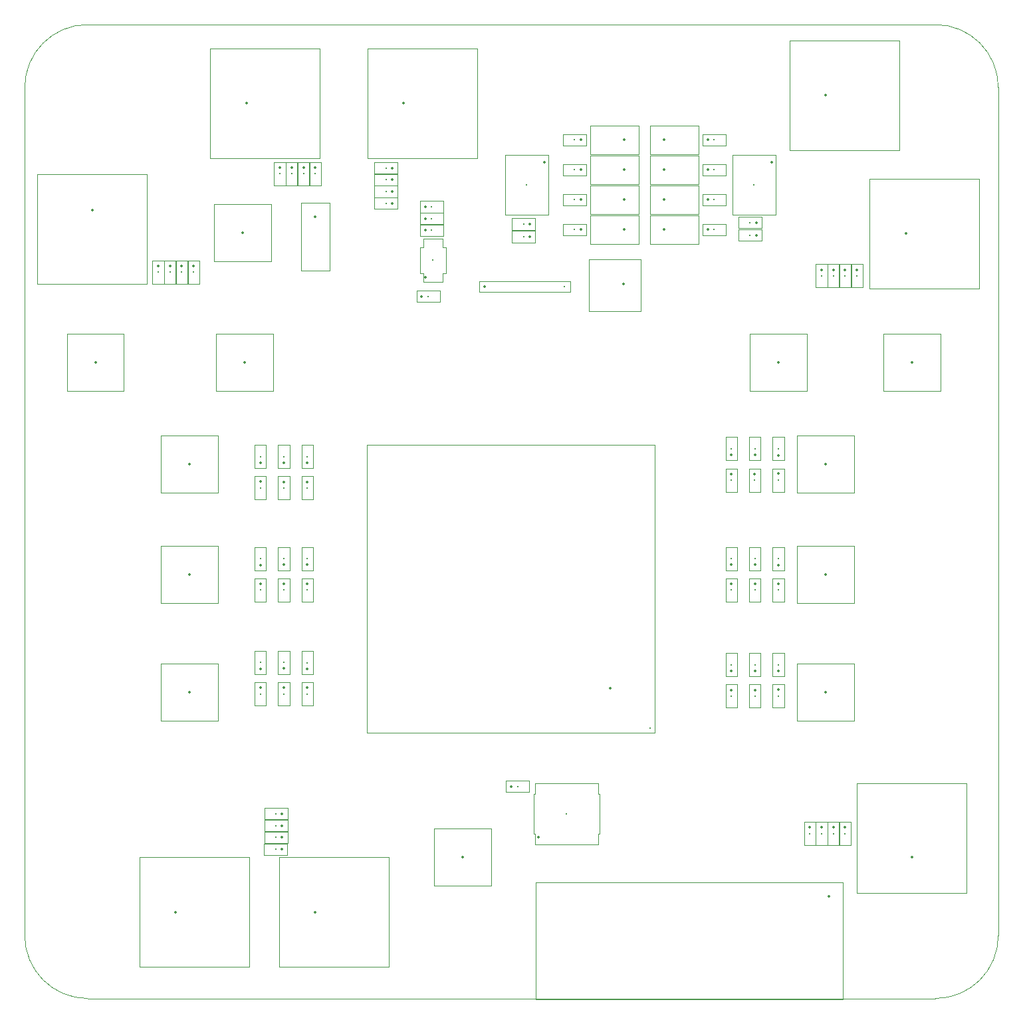
<source format=gbr>
%TF.GenerationSoftware,KiCad,Pcbnew,8.0.5*%
%TF.CreationDate,2024-11-16T17:36:21-05:00*%
%TF.ProjectId,huxley,6875786c-6579-42e6-9b69-6361645f7063,rev?*%
%TF.SameCoordinates,Original*%
%TF.FileFunction,Component,L1,Top*%
%TF.FilePolarity,Positive*%
%FSLAX46Y46*%
G04 Gerber Fmt 4.6, Leading zero omitted, Abs format (unit mm)*
G04 Created by KiCad (PCBNEW 8.0.5) date 2024-11-16 17:36:21*
%MOMM*%
%LPD*%
G01*
G04 APERTURE LIST*
%TA.AperFunction,ComponentMain*%
%ADD10C,0.300000*%
%TD*%
%TA.AperFunction,ComponentOutline,Courtyard*%
%ADD11C,0.100000*%
%TD*%
%TA.AperFunction,ComponentPin*%
%ADD12P,0.360000X4X0.000000*%
%TD*%
%TA.AperFunction,ComponentPin*%
%ADD13C,0.100000*%
%TD*%
%TA.AperFunction,ComponentOutline,Footprint*%
%ADD14C,0.100000*%
%TD*%
%TA.AperFunction,Profile*%
%ADD15C,0.100000*%
%TD*%
G04 APERTURE END LIST*
D10*
%TO.C,R10*%
%TO.CFtp,R_0603_1608Metric*%
%TO.CVal,50*%
%TO.CLbN,Resistor_SMD*%
%TO.CMnt,SMD*%
%TO.CRot,90*%
X73000000Y-126225000D03*
D11*
X73729999Y-124745001D02*
X73729999Y-127704999D01*
X72270001Y-127704999D01*
X72270001Y-124745001D01*
X73729999Y-124745001D01*
D12*
%TO.P,R10,1*%
X73000000Y-127050000D03*
D13*
%TO.P,R10,2*%
X73000000Y-125400000D03*
%TD*%
D10*
%TO.C,C69*%
%TO.CFtp,C_0603_1608Metric*%
%TO.CVal,x*%
%TO.CLbN,Capacitor_SMD*%
%TO.CMnt,SMD*%
%TO.CRot,90*%
X133000000Y-99000000D03*
D11*
X133729999Y-97520001D02*
X133729999Y-100479999D01*
X132270001Y-100479999D01*
X132270001Y-97520001D01*
X133729999Y-97520001D01*
D12*
%TO.P,C69,1*%
X133000000Y-99775000D03*
D13*
%TO.P,C69,2*%
X133000000Y-98225000D03*
%TD*%
D10*
%TO.C,C16*%
%TO.CFtp,C_0603_1608Metric*%
%TO.CVal,0.1u*%
%TO.CLbN,Capacitor_SMD*%
%TO.CMnt,SMD*%
%TO.CRot,180*%
X106534000Y-70405000D03*
D11*
X108013999Y-69675001D02*
X108013999Y-71134999D01*
X105054001Y-71134999D01*
X105054001Y-69675001D01*
X108013999Y-69675001D01*
D12*
%TO.P,C16,1*%
X107309000Y-70405000D03*
D13*
%TO.P,C16,2*%
X105759000Y-70405000D03*
%TD*%
D10*
%TO.C,R20*%
%TO.CFtp,R_0603_1608Metric*%
%TO.CVal,898k*%
%TO.CLbN,Resistor_SMD*%
%TO.CMnt,SMD*%
%TO.CRot,0*%
X130810000Y-67310000D03*
D11*
X132289999Y-66580001D02*
X132289999Y-68039999D01*
X129330001Y-68039999D01*
X129330001Y-66580001D01*
X132289999Y-66580001D01*
D12*
%TO.P,R20,1*%
X129985000Y-67310000D03*
D13*
%TO.P,R20,2*%
X131635000Y-67310000D03*
%TD*%
D10*
%TO.C,J19*%
%TO.CFtp,CONN_RF2-04A-T-00-50-G_ADM*%
%TO.CVal,SMA_RF2-04A-T-00-50-G*%
%TO.CLbN,0_726_footprints*%
%TO.CMnt,TH*%
%TO.CRot,0*%
X71000000Y-88000000D03*
D11*
X74632199Y-84367801D02*
X74632199Y-91632199D01*
X67367801Y-91632199D01*
X67367801Y-84367801D01*
X74632199Y-84367801D01*
D12*
%TO.P,J19,1*%
X71000000Y-88000000D03*
D13*
%TO.P,J19,2*%
X68447300Y-85447300D03*
%TO.P,J19,3,Ext*%
X68447300Y-90552700D03*
%TO.P,J19,4,Ext*%
X73552700Y-90552700D03*
%TO.P,J19,5,Ext*%
X73552700Y-85447300D03*
%TD*%
D10*
%TO.C,C37*%
%TO.CFtp,C_0603_1608Metric*%
%TO.CVal,0.1u*%
%TO.CLbN,Capacitor_SMD*%
%TO.CMnt,SMD*%
%TO.CRot,-90*%
X144500000Y-77000000D03*
D11*
X145229999Y-75520001D02*
X145229999Y-78479999D01*
X143770001Y-78479999D01*
X143770001Y-75520001D01*
X145229999Y-75520001D01*
D12*
%TO.P,C37,1*%
X144500000Y-76225000D03*
D13*
%TO.P,C37,2*%
X144500000Y-77775000D03*
%TD*%
D10*
%TO.C,J5*%
%TO.CFtp,CONN_RF2-04A-T-00-50-G_ADM*%
%TO.CVal,SMA_RF2-04A-T-00-50-G*%
%TO.CLbN,0_726_footprints*%
%TO.CMnt,TH*%
%TO.CRot,0*%
X98750000Y-151000000D03*
D11*
X102382199Y-147367801D02*
X102382199Y-154632199D01*
X95117801Y-154632199D01*
X95117801Y-147367801D01*
X102382199Y-147367801D01*
D12*
%TO.P,J5,1*%
X98750000Y-151000000D03*
D13*
%TO.P,J5,2*%
X96197300Y-148447300D03*
%TO.P,J5,3,Ext*%
X96197300Y-153552700D03*
%TO.P,J5,4,Ext*%
X101302700Y-153552700D03*
%TO.P,J5,5,Ext*%
X101302700Y-148447300D03*
%TD*%
D10*
%TO.C,C21*%
%TO.CFtp,C_0603_1608Metric*%
%TO.CVal,1u*%
%TO.CLbN,Capacitor_SMD*%
%TO.CMnt,SMD*%
%TO.CRot,180*%
X75000000Y-147000000D03*
D11*
X76479999Y-146270001D02*
X76479999Y-147729999D01*
X73520001Y-147729999D01*
X73520001Y-146270001D01*
X76479999Y-146270001D01*
D12*
%TO.P,C21,1*%
X75775000Y-147000000D03*
D13*
%TO.P,C21,2*%
X74225000Y-147000000D03*
%TD*%
D10*
%TO.C,C64*%
%TO.CFtp,C_0603_1608Metric*%
%TO.CVal,x*%
%TO.CLbN,Capacitor_SMD*%
%TO.CMnt,SMD*%
%TO.CRot,90*%
X133000000Y-126500000D03*
D11*
X133729999Y-125020001D02*
X133729999Y-127979999D01*
X132270001Y-127979999D01*
X132270001Y-125020001D01*
X133729999Y-125020001D01*
D12*
%TO.P,C64,1*%
X133000000Y-127275000D03*
D13*
%TO.P,C64,2*%
X133000000Y-125725000D03*
%TD*%
D10*
%TO.C,D1*%
%TO.CFtp,DIO_1N457*%
%TO.CVal,1N457*%
%TO.CLbN,0_726_footprints*%
%TO.CMnt,TH*%
%TO.CRot,0*%
X111760000Y-78359000D03*
D14*
X100901500Y-77660500D02*
X100901500Y-79057500D01*
X112458500Y-79057500D01*
X112458500Y-77660500D01*
X100901500Y-77660500D01*
D12*
%TO.P,D1,1,C*%
X101600000Y-78359000D03*
D13*
%TO.P,D1,2,A*%
X111760000Y-78359000D03*
%TD*%
D10*
%TO.C,C17*%
%TO.CFtp,C_0603_1608Metric*%
%TO.CVal,0.1u*%
%TO.CLbN,Capacitor_SMD*%
%TO.CMnt,SMD*%
%TO.CRot,180*%
X106534000Y-72005000D03*
D11*
X108013999Y-71275001D02*
X108013999Y-72734999D01*
X105054001Y-72734999D01*
X105054001Y-71275001D01*
X108013999Y-71275001D01*
D12*
%TO.P,C17,1*%
X107309000Y-72005000D03*
D13*
%TO.P,C17,2*%
X105759000Y-72005000D03*
%TD*%
D10*
%TO.C,R9*%
%TO.CFtp,R_0603_1608Metric*%
%TO.CVal,50*%
%TO.CLbN,Resistor_SMD*%
%TO.CMnt,SMD*%
%TO.CRot,-90*%
X73000000Y-117000000D03*
D11*
X73729999Y-115520001D02*
X73729999Y-118479999D01*
X72270001Y-118479999D01*
X72270001Y-115520001D01*
X73729999Y-115520001D01*
D12*
%TO.P,R9,1*%
X73000000Y-116175000D03*
D13*
%TO.P,R9,2*%
X73000000Y-117825000D03*
%TD*%
D10*
%TO.C,C41*%
%TO.CFtp,C_0603_1608Metric*%
%TO.CVal,1u*%
%TO.CLbN,Capacitor_SMD*%
%TO.CMnt,SMD*%
%TO.CRot,-90*%
X77000000Y-64000000D03*
D11*
X77729999Y-62520001D02*
X77729999Y-65479999D01*
X76270001Y-65479999D01*
X76270001Y-62520001D01*
X77729999Y-62520001D01*
D12*
%TO.P,C41,1*%
X77000000Y-63225000D03*
D13*
%TO.P,C41,2*%
X77000000Y-64775000D03*
%TD*%
D10*
%TO.C,J24*%
%TO.CFtp,banana_plug_CT3151V1-0*%
%TO.CVal,CT3151V1-2*%
%TO.CLbN,0_726_footprints*%
%TO.CMnt,TH*%
%TO.CRot,0*%
X71224800Y-55000000D03*
D11*
X80597399Y-48015001D02*
X80597399Y-61984999D01*
X66627401Y-61984999D01*
X66627401Y-48015001D01*
X80597399Y-48015001D01*
D12*
%TO.P,J24,1,1*%
X71224800Y-55000000D03*
D13*
%TO.P,J24,2,2*%
X76000000Y-55000000D03*
%TO.P,J24,3,3*%
X73612400Y-52612400D03*
%TO.P,J24,4,4*%
X73612400Y-57387600D03*
%TD*%
D10*
%TO.C,C29*%
%TO.CFtp,C_0603_1608Metric*%
%TO.CVal,1u*%
%TO.CLbN,Capacitor_SMD*%
%TO.CMnt,SMD*%
%TO.CRot,180*%
X89000000Y-64750000D03*
D11*
X90479999Y-64020001D02*
X90479999Y-65479999D01*
X87520001Y-65479999D01*
X87520001Y-64020001D01*
X90479999Y-64020001D01*
D12*
%TO.P,C29,1*%
X89775000Y-64750000D03*
D13*
%TO.P,C29,2*%
X88225000Y-64750000D03*
%TD*%
D10*
%TO.C,R22*%
%TO.CFtp,R_0603_1608Metric*%
%TO.CVal,10k*%
%TO.CLbN,Resistor_SMD*%
%TO.CMnt,SMD*%
%TO.CRot,0*%
X105800000Y-142000000D03*
D11*
X107279999Y-141270001D02*
X107279999Y-142729999D01*
X104320001Y-142729999D01*
X104320001Y-141270001D01*
X107279999Y-141270001D01*
D12*
%TO.P,R22,1*%
X104975000Y-142000000D03*
D13*
%TO.P,R22,2*%
X106625000Y-142000000D03*
%TD*%
D10*
%TO.C,C5*%
%TO.CFtp,C_0603_1608Metric*%
%TO.CVal,3.19pF*%
%TO.CLbN,Capacitor_SMD*%
%TO.CMnt,SMD*%
%TO.CRot,-90*%
X135962000Y-103026000D03*
D11*
X136691999Y-101546001D02*
X136691999Y-104505999D01*
X135232001Y-104505999D01*
X135232001Y-101546001D01*
X136691999Y-101546001D01*
D12*
%TO.P,C5,1*%
X135962000Y-102251000D03*
D13*
%TO.P,C5,2*%
X135962000Y-103801000D03*
%TD*%
D10*
%TO.C,C42*%
%TO.CFtp,C_0603_1608Metric*%
%TO.CVal,0.1u*%
%TO.CLbN,Capacitor_SMD*%
%TO.CMnt,SMD*%
%TO.CRot,-90*%
X78500000Y-64000000D03*
D11*
X79229999Y-62520001D02*
X79229999Y-65479999D01*
X77770001Y-65479999D01*
X77770001Y-62520001D01*
X79229999Y-62520001D01*
D12*
%TO.P,C42,1*%
X78500000Y-63225000D03*
D13*
%TO.P,C42,2*%
X78500000Y-64775000D03*
%TD*%
D10*
%TO.C,U6*%
%TO.CFtp,TSSOP24_SOT355-1_NXP*%
%TO.CVal,NVT2010PW_118*%
%TO.CLbN,0_726_footprints*%
%TO.CMnt,SMD*%
%TO.CRot,90*%
X112000000Y-145500000D03*
D11*
X116006799Y-141588401D02*
X116006799Y-142998101D01*
X116203699Y-142998101D01*
X116203699Y-148001899D01*
X116006799Y-148001899D01*
X116006799Y-149411599D01*
X107993201Y-149411599D01*
X107993201Y-148001899D01*
X107796301Y-148001899D01*
X107796301Y-142998101D01*
X107993201Y-142998101D01*
X107993201Y-141588401D01*
X116006799Y-141588401D01*
D12*
%TO.P,U6,1,GND*%
X108425001Y-148452750D03*
D13*
%TO.P,U6,2,VREFA*%
X109075000Y-148452750D03*
%TO.P,U6,3,A1*%
X109724998Y-148452750D03*
%TO.P,U6,4,A2*%
X110374999Y-148452750D03*
%TO.P,U6,5,A3*%
X111024998Y-148452750D03*
%TO.P,U6,6,A4*%
X111674999Y-148452750D03*
%TO.P,U6,7,A5*%
X112324998Y-148452750D03*
%TO.P,U6,8,A6*%
X112974999Y-148452750D03*
%TO.P,U6,9,A7*%
X113624998Y-148452750D03*
%TO.P,U6,10,A8*%
X114274999Y-148452750D03*
%TO.P,U6,11,A9*%
X114924998Y-148452750D03*
%TO.P,U6,12,A10*%
X115574999Y-148452750D03*
%TO.P,U6,13,B10*%
X115574999Y-142547250D03*
%TO.P,U6,14,B9*%
X114925000Y-142547250D03*
%TO.P,U6,15,B8*%
X114274999Y-142547250D03*
%TO.P,U6,16,B7*%
X113625001Y-142547250D03*
%TO.P,U6,17,B6*%
X112974999Y-142547250D03*
%TO.P,U6,18,B5*%
X112325001Y-142547250D03*
%TO.P,U6,19,B4*%
X111675002Y-142547250D03*
%TO.P,U6,20,B3*%
X111025001Y-142547250D03*
%TO.P,U6,21,B2*%
X110375002Y-142547250D03*
%TO.P,U6,22,B1*%
X109725001Y-142547250D03*
%TO.P,U6,23,VREFB*%
X109075002Y-142547250D03*
%TO.P,U6,24,EN*%
X108425001Y-142547250D03*
%TD*%
D10*
%TO.C,C35*%
%TO.CFtp,C_0603_1608Metric*%
%TO.CVal,0.1u*%
%TO.CLbN,Capacitor_SMD*%
%TO.CMnt,SMD*%
%TO.CRot,-90*%
X143000000Y-148000000D03*
D11*
X143729999Y-146520001D02*
X143729999Y-149479999D01*
X142270001Y-149479999D01*
X142270001Y-146520001D01*
X143729999Y-146520001D01*
D12*
%TO.P,C35,1*%
X143000000Y-147225000D03*
D13*
%TO.P,C35,2*%
X143000000Y-148775000D03*
%TD*%
D10*
%TO.C,C6*%
%TO.CFtp,C_0603_1608Metric*%
%TO.CVal,3.19pF*%
%TO.CLbN,Capacitor_SMD*%
%TO.CMnt,SMD*%
%TO.CRot,90*%
X76000000Y-100000000D03*
D11*
X76729999Y-98520001D02*
X76729999Y-101479999D01*
X75270001Y-101479999D01*
X75270001Y-98520001D01*
X76729999Y-98520001D01*
D12*
%TO.P,C6,1*%
X76000000Y-100775000D03*
D13*
%TO.P,C6,2*%
X76000000Y-99225000D03*
%TD*%
D10*
%TO.C,C66*%
%TO.CFtp,C_0603_1608Metric*%
%TO.CVal,x*%
%TO.CLbN,Capacitor_SMD*%
%TO.CMnt,SMD*%
%TO.CRot,-90*%
X133000000Y-117000000D03*
D11*
X133729999Y-115520001D02*
X133729999Y-118479999D01*
X132270001Y-118479999D01*
X132270001Y-115520001D01*
X133729999Y-115520001D01*
D12*
%TO.P,C66,1*%
X133000000Y-116225000D03*
D13*
%TO.P,C66,2*%
X133000000Y-117775000D03*
%TD*%
D10*
%TO.C,C32*%
%TO.CFtp,C_0603_1608Metric*%
%TO.CVal,10u*%
%TO.CLbN,Capacitor_SMD*%
%TO.CMnt,SMD*%
%TO.CRot,-90*%
X147500000Y-148000000D03*
D11*
X148229999Y-146520001D02*
X148229999Y-149479999D01*
X146770001Y-149479999D01*
X146770001Y-146520001D01*
X148229999Y-146520001D01*
D12*
%TO.P,C32,1*%
X147500000Y-147225000D03*
D13*
%TO.P,C32,2*%
X147500000Y-148775000D03*
%TD*%
D10*
%TO.C,C4*%
%TO.CFtp,C_0603_1608Metric*%
%TO.CVal,3.19pF*%
%TO.CLbN,Capacitor_SMD*%
%TO.CMnt,SMD*%
%TO.CRot,90*%
X136000000Y-113000000D03*
D11*
X136729999Y-111520001D02*
X136729999Y-114479999D01*
X135270001Y-114479999D01*
X135270001Y-111520001D01*
X136729999Y-111520001D01*
D12*
%TO.P,C4,1*%
X136000000Y-113775000D03*
D13*
%TO.P,C4,2*%
X136000000Y-112225000D03*
%TD*%
D10*
%TO.C,R1*%
%TO.CFtp,R_0603_1608Metric*%
%TO.CVal,50*%
%TO.CLbN,Resistor_SMD*%
%TO.CMnt,SMD*%
%TO.CRot,-90*%
X139000000Y-130500000D03*
D11*
X139729999Y-129020001D02*
X139729999Y-131979999D01*
X138270001Y-131979999D01*
X138270001Y-129020001D01*
X139729999Y-129020001D01*
D12*
%TO.P,R1,1*%
X139000000Y-129675000D03*
D13*
%TO.P,R1,2*%
X139000000Y-131325000D03*
%TD*%
D10*
%TO.C,C67*%
%TO.CFtp,C_0603_1608Metric*%
%TO.CVal,x*%
%TO.CLbN,Capacitor_SMD*%
%TO.CMnt,SMD*%
%TO.CRot,90*%
X133000000Y-113000000D03*
D11*
X133729999Y-111520001D02*
X133729999Y-114479999D01*
X132270001Y-114479999D01*
X132270001Y-111520001D01*
X133729999Y-111520001D01*
D12*
%TO.P,C67,1*%
X133000000Y-113775000D03*
D13*
%TO.P,C67,2*%
X133000000Y-112225000D03*
%TD*%
D10*
%TO.C,C18*%
%TO.CFtp,C_0603_1608Metric*%
%TO.CVal,0.1u*%
%TO.CLbN,Capacitor_SMD*%
%TO.CMnt,SMD*%
%TO.CRot,180*%
X135390000Y-71805000D03*
D11*
X136869999Y-71075001D02*
X136869999Y-72534999D01*
X133910001Y-72534999D01*
X133910001Y-71075001D01*
X136869999Y-71075001D01*
D12*
%TO.P,C18,1*%
X136165000Y-71805000D03*
D13*
%TO.P,C18,2*%
X134615000Y-71805000D03*
%TD*%
D10*
%TO.C,J39*%
%TO.CFtp,banana_plug_CT3151V1-0*%
%TO.CVal,CT3151V1-2*%
%TO.CLbN,0_726_footprints*%
%TO.CMnt,TH*%
%TO.CRot,0*%
X155224800Y-71612400D03*
D11*
X164597399Y-64627401D02*
X164597399Y-78597399D01*
X150627401Y-78597399D01*
X150627401Y-64627401D01*
X164597399Y-64627401D01*
D12*
%TO.P,J39,1,1*%
X155224800Y-71612400D03*
D13*
%TO.P,J39,2,2*%
X160000000Y-71612400D03*
%TO.P,J39,3,3*%
X157612400Y-69224800D03*
%TO.P,J39,4,4*%
X157612400Y-74000000D03*
%TD*%
D10*
%TO.C,J34*%
%TO.CFtp,banana_plug_CT3151V1-0*%
%TO.CVal,CT3151V1-0*%
%TO.CLbN,0_726_footprints*%
%TO.CMnt,TH*%
%TO.CRot,0*%
X145000000Y-54000000D03*
D11*
X154372599Y-47015001D02*
X154372599Y-60984999D01*
X140402601Y-60984999D01*
X140402601Y-47015001D01*
X154372599Y-47015001D01*
D12*
%TO.P,J34,1,1*%
X145000000Y-54000000D03*
D13*
%TO.P,J34,2,2*%
X149775200Y-54000000D03*
%TO.P,J34,3,3*%
X147387600Y-51612400D03*
%TO.P,J34,4,4*%
X147387600Y-56387600D03*
%TD*%
D10*
%TO.C,J6*%
%TO.CFtp,PinHeader_2x15_P2.54mm_Horizontal*%
%TO.CVal,~*%
%TO.CLbN,Connector_PinHeader_2.54mm*%
%TO.CMnt,TH*%
%TO.CRot,-90*%
X145400000Y-156000000D03*
D11*
X147199999Y-154200001D02*
X147199999Y-169099999D01*
X108050001Y-169099999D01*
X108050001Y-154200001D01*
X147199999Y-154200001D01*
D12*
%TO.P,J6,1,Scope_Ch1+*%
X145400000Y-156000000D03*
D13*
%TO.P,J6,2,Scope_Ch1-*%
X145400000Y-158540000D03*
%TO.P,J6,3,Scope_Ch2+*%
X142860000Y-156000000D03*
%TO.P,J6,4,Scope_Ch2-*%
X142860000Y-158540000D03*
%TO.P,J6,5,GND*%
X140320000Y-156000000D03*
%TO.P,J6,6,GND*%
X140320000Y-158540000D03*
%TO.P,J6,7,V+Power*%
X137780000Y-156000000D03*
%TO.P,J6,8,V-Power*%
X137780000Y-158540000D03*
%TO.P,J6,9,WaveformGen1*%
X135240000Y-156000000D03*
%TO.P,J6,10,WaveformGen2*%
X135240000Y-158540000D03*
%TO.P,J6,11,GND*%
X132700000Y-156000000D03*
%TO.P,J6,12,GND*%
X132700000Y-158540000D03*
%TO.P,J6,13,Trigger1*%
X130160000Y-156000000D03*
%TO.P,J6,14,Trigger2*%
X130160000Y-158540000D03*
%TO.P,J6,15,DIO0*%
X127620000Y-156000000D03*
%TO.P,J6,16,DIO8*%
X127620000Y-158540000D03*
%TO.P,J6,17,DIO1*%
X125080000Y-156000000D03*
%TO.P,J6,18,DIO9*%
X125080000Y-158540000D03*
%TO.P,J6,19,DIO2*%
X122540000Y-156000000D03*
%TO.P,J6,20,DIO10*%
X122540000Y-158540000D03*
%TO.P,J6,21,DIO3*%
X120000000Y-156000000D03*
%TO.P,J6,22,DIO11*%
X120000000Y-158540000D03*
%TO.P,J6,23,DIO4*%
X117460000Y-156000000D03*
%TO.P,J6,24,DIO12*%
X117460000Y-158540000D03*
%TO.P,J6,25,DIO5*%
X114920000Y-156000000D03*
%TO.P,J6,26,DIO13*%
X114920000Y-158540000D03*
%TO.P,J6,27,DIO6*%
X112380000Y-156000000D03*
%TO.P,J6,28,DIO14*%
X112380000Y-158540000D03*
%TO.P,J6,29,DIO7*%
X109840000Y-156000000D03*
%TO.P,J6,30,DIO15*%
X109840000Y-158540000D03*
%TD*%
D10*
%TO.C,R3*%
%TO.CFtp,R_0603_1608Metric*%
%TO.CVal,50*%
%TO.CLbN,Resistor_SMD*%
%TO.CMnt,SMD*%
%TO.CRot,-90*%
X139000000Y-117000000D03*
D11*
X139729999Y-115520001D02*
X139729999Y-118479999D01*
X138270001Y-118479999D01*
X138270001Y-115520001D01*
X139729999Y-115520001D01*
D12*
%TO.P,R3,1*%
X139000000Y-116175000D03*
D13*
%TO.P,R3,2*%
X139000000Y-117825000D03*
%TD*%
D10*
%TO.C,J37*%
%TO.CFtp,banana_plug_CT3151V1-0*%
%TO.CVal,CT3151V1-0*%
%TO.CLbN,0_726_footprints*%
%TO.CMnt,TH*%
%TO.CRot,0*%
X62224800Y-158000000D03*
D11*
X71597399Y-151015001D02*
X71597399Y-164984999D01*
X57627401Y-164984999D01*
X57627401Y-151015001D01*
X71597399Y-151015001D01*
D12*
%TO.P,J37,1,1*%
X62224800Y-158000000D03*
D13*
%TO.P,J37,2,2*%
X67000000Y-158000000D03*
%TO.P,J37,3,3*%
X64612400Y-155612400D03*
%TO.P,J37,4,4*%
X64612400Y-160387600D03*
%TD*%
D10*
%TO.C,J27*%
%TO.CFtp,PinHeader_1x02_P2.54mm_Vertical*%
%TO.CVal,61300211121*%
%TO.CLbN,Connector_PinHeader_2.54mm*%
%TO.CMnt,TH*%
%TO.CRot,-90*%
X119380000Y-71120000D03*
D11*
X121179999Y-69320001D02*
X121179999Y-72919999D01*
X115030001Y-72919999D01*
X115030001Y-69320001D01*
X121179999Y-69320001D01*
D12*
%TO.P,J27,1,Pin_1*%
X119380000Y-71120000D03*
D13*
%TO.P,J27,2,Pin_2*%
X116840000Y-71120000D03*
%TD*%
D10*
%TO.C,J13*%
%TO.CFtp,CONN_RF2-04A-T-00-50-G_ADM*%
%TO.CVal,SMA_RF2-04A-T-00-50-G*%
%TO.CLbN,0_726_footprints*%
%TO.CMnt,TH*%
%TO.CRot,0*%
X64000000Y-115000000D03*
D11*
X67632199Y-111367801D02*
X67632199Y-118632199D01*
X60367801Y-118632199D01*
X60367801Y-111367801D01*
X67632199Y-111367801D01*
D12*
%TO.P,J13,1*%
X64000000Y-115000000D03*
D13*
%TO.P,J13,2*%
X61447300Y-112447300D03*
%TO.P,J13,3,Ext*%
X61447300Y-117552700D03*
%TO.P,J13,4,Ext*%
X66552700Y-117552700D03*
%TO.P,J13,5,Ext*%
X66552700Y-112447300D03*
%TD*%
D10*
%TO.C,R16*%
%TO.CFtp,R_0603_1608Metric*%
%TO.CVal,75k*%
%TO.CLbN,Resistor_SMD*%
%TO.CMnt,SMD*%
%TO.CRot,180*%
X113030000Y-63500000D03*
D11*
X114509999Y-62770001D02*
X114509999Y-64229999D01*
X111550001Y-64229999D01*
X111550001Y-62770001D01*
X114509999Y-62770001D01*
D12*
%TO.P,R16,1*%
X113855000Y-63500000D03*
D13*
%TO.P,R16,2*%
X112205000Y-63500000D03*
%TD*%
D10*
%TO.C,J11*%
%TO.CFtp,CONN_RF2-04A-T-00-50-G_ADM*%
%TO.CVal,SMA_RF2-04A-T-00-50-G*%
%TO.CLbN,0_726_footprints*%
%TO.CMnt,TH*%
%TO.CRot,0*%
X64000000Y-101000000D03*
D11*
X67632199Y-97367801D02*
X67632199Y-104632199D01*
X60367801Y-104632199D01*
X60367801Y-97367801D01*
X67632199Y-97367801D01*
D12*
%TO.P,J11,1*%
X64000000Y-101000000D03*
D13*
%TO.P,J11,2*%
X61447300Y-98447300D03*
%TO.P,J11,3,Ext*%
X61447300Y-103552700D03*
%TO.P,J11,4,Ext*%
X66552700Y-103552700D03*
%TO.P,J11,5,Ext*%
X66552700Y-98447300D03*
%TD*%
D10*
%TO.C,U4*%
%TO.CFtp,TSSOP-16_4.4x5mm_P0.65mm*%
%TO.CVal,TMUX1112PWR*%
%TO.CLbN,Package_SO*%
%TO.CMnt,SMD*%
%TO.CRot,-90*%
X106934000Y-65405000D03*
D11*
X109683999Y-61555001D02*
X109683999Y-69254999D01*
X104184001Y-69254999D01*
X104184001Y-61555001D01*
X109683999Y-61555001D01*
D12*
%TO.P,U4,1,SEL1*%
X109209000Y-62542500D03*
D13*
%TO.P,U4,2,D1*%
X108559000Y-62542500D03*
%TO.P,U4,3,S1*%
X107909000Y-62542500D03*
%TO.P,U4,4,NC*%
X107259000Y-62542500D03*
%TO.P,U4,5,GND*%
X106609000Y-62542500D03*
%TO.P,U4,6,S4*%
X105959000Y-62542500D03*
%TO.P,U4,7,D4*%
X105309000Y-62542500D03*
%TO.P,U4,8,SEL4*%
X104659000Y-62542500D03*
%TO.P,U4,9,SEL3*%
X104659000Y-68267500D03*
%TO.P,U4,10,D3*%
X105309000Y-68267500D03*
%TO.P,U4,11,S3*%
X105959000Y-68267500D03*
%TO.P,U4,12,NC*%
X106609000Y-68267500D03*
%TO.P,U4,13,VDD*%
X107259000Y-68267500D03*
%TO.P,U4,14,S2*%
X107909000Y-68267500D03*
%TO.P,U4,15,D2*%
X108559000Y-68267500D03*
%TO.P,U4,16,SEL2*%
X109209000Y-68267500D03*
%TD*%
D10*
%TO.C,C7*%
%TO.CFtp,C_0603_1608Metric*%
%TO.CVal,3.19pF*%
%TO.CLbN,Capacitor_SMD*%
%TO.CMnt,SMD*%
%TO.CRot,90*%
X136000000Y-99000000D03*
D11*
X136729999Y-97520001D02*
X136729999Y-100479999D01*
X135270001Y-100479999D01*
X135270001Y-97520001D01*
X136729999Y-97520001D01*
D12*
%TO.P,C7,1*%
X136000000Y-99775000D03*
D13*
%TO.P,C7,2*%
X136000000Y-98225000D03*
%TD*%
D10*
%TO.C,J17*%
%TO.CFtp,CONN_RF2-04A-T-00-50-G_ADM*%
%TO.CVal,SMA_RF2-04A-T-00-50-G*%
%TO.CLbN,0_726_footprints*%
%TO.CMnt,TH*%
%TO.CRot,0*%
X139000000Y-88000000D03*
D11*
X142632199Y-84367801D02*
X142632199Y-91632199D01*
X135367801Y-91632199D01*
X135367801Y-84367801D01*
X142632199Y-84367801D01*
D12*
%TO.P,J17,1*%
X139000000Y-88000000D03*
D13*
%TO.P,J17,2*%
X136447300Y-85447300D03*
%TO.P,J17,3,Ext*%
X136447300Y-90552700D03*
%TO.P,J17,4,Ext*%
X141552700Y-90552700D03*
%TO.P,J17,5,Ext*%
X141552700Y-85447300D03*
%TD*%
D10*
%TO.C,C33*%
%TO.CFtp,C_0603_1608Metric*%
%TO.CVal,1u*%
%TO.CLbN,Capacitor_SMD*%
%TO.CMnt,SMD*%
%TO.CRot,-90*%
X146000000Y-148000000D03*
D11*
X146729999Y-146520001D02*
X146729999Y-149479999D01*
X145270001Y-149479999D01*
X145270001Y-146520001D01*
X146729999Y-146520001D01*
D12*
%TO.P,C33,1*%
X146000000Y-147225000D03*
D13*
%TO.P,C33,2*%
X146000000Y-148775000D03*
%TD*%
D10*
%TO.C,C15*%
%TO.CFtp,C_0603_1608Metric*%
%TO.CVal,10p*%
%TO.CLbN,Capacitor_SMD*%
%TO.CMnt,SMD*%
%TO.CRot,0*%
X94825000Y-68200000D03*
D11*
X96304999Y-67470001D02*
X96304999Y-68929999D01*
X93345001Y-68929999D01*
X93345001Y-67470001D01*
X96304999Y-67470001D01*
D12*
%TO.P,C15,1*%
X94050000Y-68200000D03*
D13*
%TO.P,C15,2*%
X95600000Y-68200000D03*
%TD*%
D10*
%TO.C,C36*%
%TO.CFtp,C_0603_1608Metric*%
%TO.CVal,10u*%
%TO.CLbN,Capacitor_SMD*%
%TO.CMnt,SMD*%
%TO.CRot,-90*%
X149000000Y-77000000D03*
D11*
X149729999Y-75520001D02*
X149729999Y-78479999D01*
X148270001Y-78479999D01*
X148270001Y-75520001D01*
X149729999Y-75520001D01*
D12*
%TO.P,C36,1*%
X149000000Y-76225000D03*
D13*
%TO.P,C36,2*%
X149000000Y-77775000D03*
%TD*%
D10*
%TO.C,C11*%
%TO.CFtp,C_0603_1608Metric*%
%TO.CVal,3.19pF*%
%TO.CLbN,Capacitor_SMD*%
%TO.CMnt,SMD*%
%TO.CRot,90*%
X76000000Y-113000000D03*
D11*
X76729999Y-111520001D02*
X76729999Y-114479999D01*
X75270001Y-114479999D01*
X75270001Y-111520001D01*
X76729999Y-111520001D01*
D12*
%TO.P,C11,1*%
X76000000Y-113775000D03*
D13*
%TO.P,C11,2*%
X76000000Y-112225000D03*
%TD*%
D10*
%TO.C,U5*%
%TO.CFtp,TSSOP-16_4.4x5mm_P0.65mm*%
%TO.CVal,TMUX1112PWR*%
%TO.CLbN,Package_SO*%
%TO.CMnt,SMD*%
%TO.CRot,-90*%
X135890000Y-65405000D03*
D11*
X138639999Y-61555001D02*
X138639999Y-69254999D01*
X133140001Y-69254999D01*
X133140001Y-61555001D01*
X138639999Y-61555001D01*
D12*
%TO.P,U5,1,SEL1*%
X138165000Y-62542500D03*
D13*
%TO.P,U5,2,D1*%
X137515000Y-62542500D03*
%TO.P,U5,3,S1*%
X136865000Y-62542500D03*
%TO.P,U5,4,NC*%
X136215000Y-62542500D03*
%TO.P,U5,5,GND*%
X135565000Y-62542500D03*
%TO.P,U5,6,S4*%
X134915000Y-62542500D03*
%TO.P,U5,7,D4*%
X134265000Y-62542500D03*
%TO.P,U5,8,SEL4*%
X133615000Y-62542500D03*
%TO.P,U5,9,SEL3*%
X133615000Y-68267500D03*
%TO.P,U5,10,D3*%
X134265000Y-68267500D03*
%TO.P,U5,11,S3*%
X134915000Y-68267500D03*
%TO.P,U5,12,NC*%
X135565000Y-68267500D03*
%TO.P,U5,13,VDD*%
X136215000Y-68267500D03*
%TO.P,U5,14,S2*%
X136865000Y-68267500D03*
%TO.P,U5,15,D2*%
X137515000Y-68267500D03*
%TO.P,U5,16,SEL2*%
X138165000Y-68267500D03*
%TD*%
D10*
%TO.C,J2*%
%TO.CFtp,banana_plug_CT3151V1-0*%
%TO.CVal,CT3151V1-2*%
%TO.CLbN,0_726_footprints*%
%TO.CMnt,TH*%
%TO.CRot,-90*%
X51612400Y-68612400D03*
D11*
X58597399Y-64015001D02*
X58597399Y-77984999D01*
X44627401Y-77984999D01*
X44627401Y-64015001D01*
X58597399Y-64015001D01*
D12*
%TO.P,J2,1,1*%
X51612400Y-68612400D03*
D13*
%TO.P,J2,2,2*%
X51612400Y-73387600D03*
%TO.P,J2,3,3*%
X54000000Y-71000000D03*
%TO.P,J2,4,4*%
X49224800Y-71000000D03*
%TD*%
D10*
%TO.C,U3*%
%TO.CFtp,MAX40201FAUA+*%
%TO.CVal,21-0036K_MXM*%
%TO.CLbN,0_726_footprints*%
%TO.CMnt,SMD*%
%TO.CRot,90*%
X95000000Y-75000000D03*
D11*
X96254759Y-72231401D02*
X96254759Y-73349001D01*
X96650999Y-73349001D01*
X96650999Y-76650999D01*
X96254759Y-76650999D01*
X96254759Y-77768599D01*
X93745241Y-77768599D01*
X93745241Y-76650999D01*
X93349001Y-76650999D01*
X93349001Y-73349001D01*
X93745241Y-73349001D01*
X93745241Y-72231401D01*
X96254759Y-72231401D01*
D12*
%TO.P,U3,1,RS1+*%
X94024640Y-77133600D03*
D13*
%TO.P,U3,2,RS1-*%
X94674880Y-77133600D03*
%TO.P,U3,3,RS2+*%
X95325120Y-77133600D03*
%TO.P,U3,4,RS2-*%
X95975360Y-77133600D03*
%TO.P,U3,5,GND*%
X95975360Y-72866400D03*
%TO.P,U3,6,OUT2*%
X95325120Y-72866400D03*
%TO.P,U3,7,OUT1*%
X94674880Y-72866400D03*
%TO.P,U3,8,VDD*%
X94024640Y-72866400D03*
%TD*%
D10*
%TO.C,U1*%
%TO.CFtp,CPG08462_Full*%
%TO.CVal,~*%
%TO.CLbN,0_726_footprints*%
%TO.CMnt,TH*%
%TO.CRot,0*%
X122682000Y-134620000D03*
D14*
X86550500Y-98488500D02*
X86550500Y-135191500D01*
X123253500Y-135191500D01*
X123253500Y-98488500D01*
X86550500Y-98488500D01*
D12*
%TO.P,U1,A1,VDDPST*%
X117602000Y-129540000D03*
D13*
%TO.P,U1,*%
X87122000Y-99060000D03*
X87122000Y-101600000D03*
X87122000Y-104140000D03*
X87122000Y-106680000D03*
X87122000Y-109220000D03*
X87122000Y-111760000D03*
X87122000Y-114300000D03*
X87122000Y-116840000D03*
X87122000Y-119380000D03*
X87122000Y-121920000D03*
X87122000Y-124460000D03*
X87122000Y-127000000D03*
X87122000Y-129540000D03*
X87122000Y-132080000D03*
X87122000Y-134620000D03*
X89662000Y-99060000D03*
X89662000Y-101600000D03*
X89662000Y-104140000D03*
X89662000Y-106680000D03*
X89662000Y-109220000D03*
X89662000Y-111760000D03*
X89662000Y-114300000D03*
X89662000Y-116840000D03*
X89662000Y-119380000D03*
X89662000Y-121920000D03*
X89662000Y-124460000D03*
X89662000Y-127000000D03*
X89662000Y-129540000D03*
X89662000Y-132080000D03*
X89662000Y-134620000D03*
X92202000Y-99060000D03*
X92202000Y-101600000D03*
X92202000Y-132080000D03*
X92202000Y-134620000D03*
X94742000Y-99060000D03*
X94742000Y-101600000D03*
X94742000Y-132080000D03*
X94742000Y-134620000D03*
X97282000Y-99060000D03*
X97282000Y-101600000D03*
X97282000Y-109220000D03*
X97282000Y-111760000D03*
X97282000Y-121920000D03*
X97282000Y-124460000D03*
X97282000Y-132080000D03*
X97282000Y-134620000D03*
X99822000Y-99060000D03*
X99822000Y-101600000D03*
X99822000Y-109220000D03*
X99822000Y-111760000D03*
X99822000Y-114300000D03*
X99822000Y-116840000D03*
X99822000Y-119380000D03*
X99822000Y-121920000D03*
X99822000Y-124460000D03*
X99822000Y-132080000D03*
X99822000Y-134620000D03*
X102362000Y-99060000D03*
X102362000Y-101600000D03*
X102362000Y-111760000D03*
X102362000Y-114300000D03*
X102362000Y-116840000D03*
X102362000Y-119380000D03*
X102362000Y-121920000D03*
X102362000Y-132080000D03*
X102362000Y-134620000D03*
X104902000Y-99060000D03*
X104902000Y-101600000D03*
X104902000Y-111760000D03*
X104902000Y-114300000D03*
X104902000Y-116840000D03*
X104902000Y-119380000D03*
X104902000Y-121920000D03*
X104902000Y-132080000D03*
X104902000Y-134620000D03*
X107442000Y-99060000D03*
X107442000Y-101600000D03*
X107442000Y-111760000D03*
X107442000Y-114300000D03*
X107442000Y-116840000D03*
X107442000Y-119380000D03*
X107442000Y-121920000D03*
X107442000Y-132080000D03*
X107442000Y-134620000D03*
X109982000Y-99060000D03*
X109982000Y-101600000D03*
X109982000Y-109220000D03*
X109982000Y-111760000D03*
X109982000Y-114300000D03*
X109982000Y-116840000D03*
X109982000Y-119380000D03*
X109982000Y-121920000D03*
X109982000Y-124460000D03*
X109982000Y-132080000D03*
X109982000Y-134620000D03*
X112522000Y-99060000D03*
X112522000Y-101600000D03*
X112522000Y-109220000D03*
X112522000Y-111760000D03*
X112522000Y-121920000D03*
X112522000Y-124460000D03*
X112522000Y-132080000D03*
X112522000Y-134620000D03*
X115062000Y-99060000D03*
X115062000Y-101600000D03*
X115062000Y-132080000D03*
X115062000Y-134620000D03*
X117602000Y-99060000D03*
X117602000Y-101600000D03*
X117602000Y-132080000D03*
X117602000Y-134620000D03*
X120142000Y-99060000D03*
X120142000Y-101600000D03*
X120142000Y-104140000D03*
X120142000Y-106680000D03*
X120142000Y-109220000D03*
X120142000Y-111760000D03*
X120142000Y-114300000D03*
X120142000Y-116840000D03*
X120142000Y-119380000D03*
X120142000Y-121920000D03*
X120142000Y-124460000D03*
X120142000Y-127000000D03*
X120142000Y-129540000D03*
X120142000Y-132080000D03*
X120142000Y-134620000D03*
X122682000Y-99060000D03*
X122682000Y-101600000D03*
X122682000Y-104140000D03*
X122682000Y-106680000D03*
X122682000Y-109220000D03*
X122682000Y-111760000D03*
X122682000Y-114300000D03*
X122682000Y-116840000D03*
X122682000Y-119380000D03*
X122682000Y-121920000D03*
X122682000Y-124460000D03*
X122682000Y-127000000D03*
X122682000Y-129540000D03*
X122682000Y-132080000D03*
X122682000Y-134620000D03*
%TO.P,U1,A2*%
X115062000Y-129540000D03*
%TO.P,U1,A3,SPI_CS_L*%
X112522000Y-129540000D03*
%TO.P,U1,A4,VSS*%
X109982000Y-129540000D03*
%TO.P,U1,A5,VDD*%
X107442000Y-129540000D03*
%TO.P,U1,A6,SPI_COPI*%
X104902000Y-129540000D03*
%TO.P,U1,A7,VDDPST_POC*%
X102362000Y-129540000D03*
%TO.P,U1,A8,CLK*%
X99822000Y-129540000D03*
%TO.P,U1,A9*%
X97282000Y-129540000D03*
%TO.P,U1,A10*%
X94742000Y-129540000D03*
%TO.P,U1,A11,VSS*%
X92202000Y-129540000D03*
%TO.P,U1,B1*%
X117602000Y-127000000D03*
%TO.P,U1,B2*%
X115062000Y-127000000D03*
%TO.P,U1,B3*%
X112522000Y-127000000D03*
%TO.P,U1,B4,SPI_CLK*%
X109982000Y-127000000D03*
%TO.P,U1,B5,SPI_CIPO*%
X107442000Y-127000000D03*
%TO.P,U1,B6*%
X104902000Y-127000000D03*
%TO.P,U1,B7,IO_UCLK*%
X102362000Y-127000000D03*
%TO.P,U1,B8*%
X99822000Y-127000000D03*
%TO.P,U1,B9*%
X97282000Y-127000000D03*
%TO.P,U1,B10*%
X94742000Y-127000000D03*
%TO.P,U1,B11*%
X92202000Y-127000000D03*
%TO.P,U1,C1,RST_L*%
X117602000Y-124460000D03*
%TO.P,U1,C2*%
X115062000Y-124460000D03*
%TO.P,U1,C5*%
X107442000Y-124460000D03*
%TO.P,U1,C6*%
X104902000Y-124460000D03*
%TO.P,U1,C7*%
X102362000Y-124460000D03*
%TO.P,U1,C10*%
X94742000Y-124460000D03*
%TO.P,U1,C11,TSCAN_OUT*%
X92202000Y-124460000D03*
%TO.P,U1,D1,VDD*%
X117602000Y-121920000D03*
%TO.P,U1,D2,SCAN_EN*%
X115062000Y-121920000D03*
%TO.P,U1,D10,TSCAN_EN*%
X94742000Y-121920000D03*
%TO.P,U1,D11,VDD*%
X92202000Y-121920000D03*
%TO.P,U1,E1,output_0-*%
X117602000Y-119380000D03*
%TO.P,U1,E2,output_0+*%
X115062000Y-119380000D03*
%TO.P,U1,E3*%
X112522000Y-119380000D03*
%TO.P,U1,E9*%
X97282000Y-119380000D03*
%TO.P,U1,E10,output_5-*%
X94742000Y-119380000D03*
%TO.P,U1,E11,TAVDD*%
X92202000Y-119380000D03*
%TO.P,U1,F1*%
X117602000Y-116840000D03*
%TO.P,U1,F2*%
X115062000Y-116840000D03*
%TO.P,U1,F3*%
X112522000Y-116840000D03*
%TO.P,U1,F9*%
X97282000Y-116840000D03*
%TO.P,U1,F10,output_4+*%
X94742000Y-116840000D03*
%TO.P,U1,F11,output_5+*%
X92202000Y-116840000D03*
%TO.P,U1,G1,TAVDD*%
X117602000Y-114300000D03*
%TO.P,U1,G2,output_1+*%
X115062000Y-114300000D03*
%TO.P,U1,G3*%
X112522000Y-114300000D03*
%TO.P,U1,G9*%
X97282000Y-114300000D03*
%TO.P,U1,G10,output_3+*%
X94742000Y-114300000D03*
%TO.P,U1,G11,output_4-*%
X92202000Y-114300000D03*
%TO.P,U1,H1,output_1-*%
X117602000Y-111760000D03*
%TO.P,U1,H2,output_2+*%
X115062000Y-111760000D03*
%TO.P,U1,H10*%
X94742000Y-111760000D03*
%TO.P,U1,H11,output_3-*%
X92202000Y-111760000D03*
%TO.P,U1,J1,output_2-*%
X117602000Y-109220000D03*
%TO.P,U1,J2*%
X115062000Y-109220000D03*
%TO.P,U1,J5*%
X107442000Y-109220000D03*
%TO.P,U1,J6*%
X104902000Y-109220000D03*
%TO.P,U1,J7*%
X102362000Y-109220000D03*
%TO.P,U1,J10*%
X94742000Y-109220000D03*
%TO.P,U1,J11*%
X92202000Y-109220000D03*
%TO.P,U1,K1,VSS*%
X117602000Y-106680000D03*
%TO.P,U1,K2*%
X115062000Y-106680000D03*
%TO.P,U1,K3*%
X112522000Y-106680000D03*
%TO.P,U1,K4*%
X109982000Y-106680000D03*
%TO.P,U1,K5,vrbias*%
X107442000Y-106680000D03*
%TO.P,U1,K6,vbias0*%
X104902000Y-106680000D03*
%TO.P,U1,K7*%
X102362000Y-106680000D03*
%TO.P,U1,K8*%
X99822000Y-106680000D03*
%TO.P,U1,K9,vd1_dummy*%
X97282000Y-106680000D03*
%TO.P,U1,K10*%
X94742000Y-106680000D03*
%TO.P,U1,K11*%
X92202000Y-106680000D03*
%TO.P,U1,L1,VSS*%
X117602000Y-104140000D03*
%TO.P,U1,L2*%
X115062000Y-104140000D03*
%TO.P,U1,L3*%
X112522000Y-104140000D03*
%TO.P,U1,L4,vbias2*%
X109982000Y-104140000D03*
%TO.P,U1,L5,vbias1*%
X107442000Y-104140000D03*
%TO.P,U1,L6,vlvl*%
X104902000Y-104140000D03*
%TO.P,U1,L7,VSS*%
X102362000Y-104140000D03*
%TO.P,U1,L8,TAVDD*%
X99822000Y-104140000D03*
%TO.P,U1,L9,iout_dummy*%
X97282000Y-104140000D03*
%TO.P,U1,L10,vlvl_p_dummy*%
X94742000Y-104140000D03*
%TO.P,U1,L11,VSS*%
X92202000Y-104140000D03*
%TD*%
D10*
%TO.C,J30*%
%TO.CFtp,PinHeader_1x02_P2.54mm_Vertical*%
%TO.CVal,61300211121*%
%TO.CLbN,Connector_PinHeader_2.54mm*%
%TO.CMnt,TH*%
%TO.CRot,90*%
X124460000Y-67310000D03*
D11*
X128809999Y-65510001D02*
X128809999Y-69109999D01*
X122660001Y-69109999D01*
X122660001Y-65510001D01*
X128809999Y-65510001D01*
D12*
%TO.P,J30,1,Pin_1*%
X124460000Y-67310000D03*
D13*
%TO.P,J30,2,Pin_2*%
X127000000Y-67310000D03*
%TD*%
D10*
%TO.C,C26*%
%TO.CFtp,C_0603_1608Metric*%
%TO.CVal,0.1u*%
%TO.CLbN,Capacitor_SMD*%
%TO.CMnt,SMD*%
%TO.CRot,-90*%
X63000000Y-76500000D03*
D11*
X63729999Y-75020001D02*
X63729999Y-77979999D01*
X62270001Y-77979999D01*
X62270001Y-75020001D01*
X63729999Y-75020001D01*
D12*
%TO.P,C26,1*%
X63000000Y-75725000D03*
D13*
%TO.P,C26,2*%
X63000000Y-77275000D03*
%TD*%
D10*
%TO.C,J31*%
%TO.CFtp,PinHeader_1x02_P2.54mm_Vertical*%
%TO.CVal,61300211121*%
%TO.CLbN,Connector_PinHeader_2.54mm*%
%TO.CMnt,TH*%
%TO.CRot,90*%
X124460000Y-71120000D03*
D11*
X128809999Y-69320001D02*
X128809999Y-72919999D01*
X122660001Y-72919999D01*
X122660001Y-69320001D01*
X128809999Y-69320001D01*
D12*
%TO.P,J31,1,Pin_1*%
X124460000Y-71120000D03*
D13*
%TO.P,J31,2,Pin_2*%
X127000000Y-71120000D03*
%TD*%
D10*
%TO.C,C75*%
%TO.CFtp,C_0603_1608Metric*%
%TO.CVal,x*%
%TO.CLbN,Capacitor_SMD*%
%TO.CMnt,SMD*%
%TO.CRot,-90*%
X79000000Y-130225000D03*
D11*
X79729999Y-128745001D02*
X79729999Y-131704999D01*
X78270001Y-131704999D01*
X78270001Y-128745001D01*
X79729999Y-128745001D01*
D12*
%TO.P,C75,1*%
X79000000Y-129450000D03*
D13*
%TO.P,C75,2*%
X79000000Y-131000000D03*
%TD*%
D10*
%TO.C,C70*%
%TO.CFtp,C_0603_1608Metric*%
%TO.CVal,x*%
%TO.CLbN,Capacitor_SMD*%
%TO.CMnt,SMD*%
%TO.CRot,90*%
X79000000Y-100000000D03*
D11*
X79729999Y-98520001D02*
X79729999Y-101479999D01*
X78270001Y-101479999D01*
X78270001Y-98520001D01*
X79729999Y-98520001D01*
D12*
%TO.P,C70,1*%
X79000000Y-100775000D03*
D13*
%TO.P,C70,2*%
X79000000Y-99225000D03*
%TD*%
D10*
%TO.C,R21*%
%TO.CFtp,R_0603_1608Metric*%
%TO.CVal,665k*%
%TO.CLbN,Resistor_SMD*%
%TO.CMnt,SMD*%
%TO.CRot,0*%
X130810000Y-71120000D03*
D11*
X132289999Y-70390001D02*
X132289999Y-71849999D01*
X129330001Y-71849999D01*
X129330001Y-70390001D01*
X132289999Y-70390001D01*
D12*
%TO.P,R21,1*%
X129985000Y-71120000D03*
D13*
%TO.P,R21,2*%
X131635000Y-71120000D03*
%TD*%
D10*
%TO.C,C20*%
%TO.CFtp,C_0603_1608Metric*%
%TO.CVal,10u*%
%TO.CLbN,Capacitor_SMD*%
%TO.CMnt,SMD*%
%TO.CRot,180*%
X75000000Y-145490000D03*
D11*
X76479999Y-144760001D02*
X76479999Y-146219999D01*
X73520001Y-146219999D01*
X73520001Y-144760001D01*
X76479999Y-144760001D01*
D12*
%TO.P,C20,1*%
X75775000Y-145490000D03*
D13*
%TO.P,C20,2*%
X74225000Y-145490000D03*
%TD*%
D10*
%TO.C,C19*%
%TO.CFtp,C_0603_1608Metric*%
%TO.CVal,0.1u*%
%TO.CLbN,Capacitor_SMD*%
%TO.CMnt,SMD*%
%TO.CRot,180*%
X135390000Y-70205000D03*
D11*
X136869999Y-69475001D02*
X136869999Y-70934999D01*
X133910001Y-70934999D01*
X133910001Y-69475001D01*
X136869999Y-69475001D01*
D12*
%TO.P,C19,1*%
X136165000Y-70205000D03*
D13*
%TO.P,C19,2*%
X134615000Y-70205000D03*
%TD*%
D10*
%TO.C,R11*%
%TO.CFtp,R_0603_1608Metric*%
%TO.CVal,50*%
%TO.CLbN,Resistor_SMD*%
%TO.CMnt,SMD*%
%TO.CRot,90*%
X73000000Y-113000000D03*
D11*
X73729999Y-111520001D02*
X73729999Y-114479999D01*
X72270001Y-114479999D01*
X72270001Y-111520001D01*
X73729999Y-111520001D01*
D12*
%TO.P,R11,1*%
X73000000Y-113825000D03*
D13*
%TO.P,R11,2*%
X73000000Y-112175000D03*
%TD*%
D10*
%TO.C,C8*%
%TO.CFtp,C_0603_1608Metric*%
%TO.CVal,3.19pF*%
%TO.CLbN,Capacitor_SMD*%
%TO.CMnt,SMD*%
%TO.CRot,-90*%
X76000000Y-104000000D03*
D11*
X76729999Y-102520001D02*
X76729999Y-105479999D01*
X75270001Y-105479999D01*
X75270001Y-102520001D01*
X76729999Y-102520001D01*
D12*
%TO.P,C8,1*%
X76000000Y-103225000D03*
D13*
%TO.P,C8,2*%
X76000000Y-104775000D03*
%TD*%
D10*
%TO.C,J28*%
%TO.CFtp,PinHeader_1x02_P2.54mm_Vertical*%
%TO.CVal,61300211121*%
%TO.CLbN,Connector_PinHeader_2.54mm*%
%TO.CMnt,TH*%
%TO.CRot,90*%
X124460000Y-59690000D03*
D11*
X128809999Y-57890001D02*
X128809999Y-61489999D01*
X122660001Y-61489999D01*
X122660001Y-57890001D01*
X128809999Y-57890001D01*
D12*
%TO.P,J28,1,Pin_1*%
X124460000Y-59690000D03*
D13*
%TO.P,J28,2,Pin_2*%
X127000000Y-59690000D03*
%TD*%
D10*
%TO.C,C9*%
%TO.CFtp,C_0603_1608Metric*%
%TO.CVal,3.19pF*%
%TO.CLbN,Capacitor_SMD*%
%TO.CMnt,SMD*%
%TO.CRot,-90*%
X76000000Y-117000000D03*
D11*
X76729999Y-115520001D02*
X76729999Y-118479999D01*
X75270001Y-118479999D01*
X75270001Y-115520001D01*
X76729999Y-115520001D01*
D12*
%TO.P,C9,1*%
X76000000Y-116225000D03*
D13*
%TO.P,C9,2*%
X76000000Y-117775000D03*
%TD*%
D10*
%TO.C,C72*%
%TO.CFtp,C_0603_1608Metric*%
%TO.CVal,x*%
%TO.CLbN,Capacitor_SMD*%
%TO.CMnt,SMD*%
%TO.CRot,-90*%
X79000000Y-117000000D03*
D11*
X79729999Y-115520001D02*
X79729999Y-118479999D01*
X78270001Y-118479999D01*
X78270001Y-115520001D01*
X79729999Y-115520001D01*
D12*
%TO.P,C72,1*%
X79000000Y-116225000D03*
D13*
%TO.P,C72,2*%
X79000000Y-117775000D03*
%TD*%
D10*
%TO.C,C68*%
%TO.CFtp,C_0603_1608Metric*%
%TO.CVal,x*%
%TO.CLbN,Capacitor_SMD*%
%TO.CMnt,SMD*%
%TO.CRot,-90*%
X133000000Y-103000000D03*
D11*
X133729999Y-101520001D02*
X133729999Y-104479999D01*
X132270001Y-104479999D01*
X132270001Y-101520001D01*
X133729999Y-101520001D01*
D12*
%TO.P,C68,1*%
X133000000Y-102225000D03*
D13*
%TO.P,C68,2*%
X133000000Y-103775000D03*
%TD*%
D10*
%TO.C,R6*%
%TO.CFtp,R_0603_1608Metric*%
%TO.CVal,50*%
%TO.CLbN,Resistor_SMD*%
%TO.CMnt,SMD*%
%TO.CRot,90*%
X73000000Y-100000000D03*
D11*
X73729999Y-98520001D02*
X73729999Y-101479999D01*
X72270001Y-101479999D01*
X72270001Y-98520001D01*
X73729999Y-98520001D01*
D12*
%TO.P,R6,1*%
X73000000Y-100825000D03*
D13*
%TO.P,R6,2*%
X73000000Y-99175000D03*
%TD*%
D10*
%TO.C,C23*%
%TO.CFtp,C_0603_1608Metric*%
%TO.CVal,0.1u*%
%TO.CLbN,Capacitor_SMD*%
%TO.CMnt,SMD*%
%TO.CRot,180*%
X74950000Y-150000000D03*
D11*
X76429999Y-149270001D02*
X76429999Y-150729999D01*
X73470001Y-150729999D01*
X73470001Y-149270001D01*
X76429999Y-149270001D01*
D12*
%TO.P,C23,1*%
X75725000Y-150000000D03*
D13*
%TO.P,C23,2*%
X74175000Y-150000000D03*
%TD*%
D10*
%TO.C,R18*%
%TO.CFtp,R_0603_1608Metric*%
%TO.CVal,66.5k*%
%TO.CLbN,Resistor_SMD*%
%TO.CMnt,SMD*%
%TO.CRot,180*%
X113030000Y-71120000D03*
D11*
X114509999Y-70390001D02*
X114509999Y-71849999D01*
X111550001Y-71849999D01*
X111550001Y-70390001D01*
X114509999Y-70390001D01*
D12*
%TO.P,R18,1*%
X113855000Y-71120000D03*
D13*
%TO.P,R18,2*%
X112205000Y-71120000D03*
%TD*%
D10*
%TO.C,R5*%
%TO.CFtp,R_0603_1608Metric*%
%TO.CVal,50*%
%TO.CLbN,Resistor_SMD*%
%TO.CMnt,SMD*%
%TO.CRot,-90*%
X139000000Y-103000000D03*
D11*
X139729999Y-101520001D02*
X139729999Y-104479999D01*
X138270001Y-104479999D01*
X138270001Y-101520001D01*
X139729999Y-101520001D01*
D12*
%TO.P,R5,1*%
X139000000Y-102175000D03*
D13*
%TO.P,R5,2*%
X139000000Y-103825000D03*
%TD*%
D10*
%TO.C,C13*%
%TO.CFtp,C_0603_1608Metric*%
%TO.CVal,0.1u*%
%TO.CLbN,Capacitor_SMD*%
%TO.CMnt,SMD*%
%TO.CRot,0*%
X94825000Y-71200000D03*
D11*
X96304999Y-70470001D02*
X96304999Y-71929999D01*
X93345001Y-71929999D01*
X93345001Y-70470001D01*
X96304999Y-70470001D01*
D12*
%TO.P,C13,1*%
X94050000Y-71200000D03*
D13*
%TO.P,C13,2*%
X95600000Y-71200000D03*
%TD*%
D10*
%TO.C,C25*%
%TO.CFtp,C_0603_1608Metric*%
%TO.CVal,1u*%
%TO.CLbN,Capacitor_SMD*%
%TO.CMnt,SMD*%
%TO.CRot,-90*%
X61500000Y-76500000D03*
D11*
X62229999Y-75020001D02*
X62229999Y-77979999D01*
X60770001Y-77979999D01*
X60770001Y-75020001D01*
X62229999Y-75020001D01*
D12*
%TO.P,C25,1*%
X61500000Y-75725000D03*
D13*
%TO.P,C25,2*%
X61500000Y-77275000D03*
%TD*%
D10*
%TO.C,J18*%
%TO.CFtp,CONN_RF2-04A-T-00-50-G_ADM*%
%TO.CVal,SMA_RF2-04A-T-00-50-G*%
%TO.CLbN,0_726_footprints*%
%TO.CMnt,TH*%
%TO.CRot,0*%
X156000000Y-88000000D03*
D11*
X159632199Y-84367801D02*
X159632199Y-91632199D01*
X152367801Y-91632199D01*
X152367801Y-84367801D01*
X159632199Y-84367801D01*
D12*
%TO.P,J18,1*%
X156000000Y-88000000D03*
D13*
%TO.P,J18,2*%
X153447300Y-85447300D03*
%TO.P,J18,3,Ext*%
X153447300Y-90552700D03*
%TO.P,J18,4,Ext*%
X158552700Y-90552700D03*
%TO.P,J18,5,Ext*%
X158552700Y-85447300D03*
%TD*%
D10*
%TO.C,C34*%
%TO.CFtp,C_0603_1608Metric*%
%TO.CVal,0.1u*%
%TO.CLbN,Capacitor_SMD*%
%TO.CMnt,SMD*%
%TO.CRot,-90*%
X144500000Y-148000000D03*
D11*
X145229999Y-146520001D02*
X145229999Y-149479999D01*
X143770001Y-149479999D01*
X143770001Y-146520001D01*
X145229999Y-146520001D01*
D12*
%TO.P,C34,1*%
X144500000Y-147225000D03*
D13*
%TO.P,C34,2*%
X144500000Y-148775000D03*
%TD*%
D10*
%TO.C,C1*%
%TO.CFtp,C_0603_1608Metric*%
%TO.CVal,3.19pF*%
%TO.CLbN,Capacitor_SMD*%
%TO.CMnt,SMD*%
%TO.CRot,-90*%
X136000000Y-130500000D03*
D11*
X136729999Y-129020001D02*
X136729999Y-131979999D01*
X135270001Y-131979999D01*
X135270001Y-129020001D01*
X136729999Y-129020001D01*
D12*
%TO.P,C1,1*%
X136000000Y-129725000D03*
D13*
%TO.P,C1,2*%
X136000000Y-131275000D03*
%TD*%
D10*
%TO.C,R17*%
%TO.CFtp,R_0603_1608Metric*%
%TO.CVal,89.8k*%
%TO.CLbN,Resistor_SMD*%
%TO.CMnt,SMD*%
%TO.CRot,180*%
X113030000Y-67310000D03*
D11*
X114509999Y-66580001D02*
X114509999Y-68039999D01*
X111550001Y-68039999D01*
X111550001Y-66580001D01*
X114509999Y-66580001D01*
D12*
%TO.P,R17,1*%
X113855000Y-67310000D03*
D13*
%TO.P,R17,2*%
X112205000Y-67310000D03*
%TD*%
D10*
%TO.C,J26*%
%TO.CFtp,PinHeader_1x02_P2.54mm_Vertical*%
%TO.CVal,61300211121*%
%TO.CLbN,Connector_PinHeader_2.54mm*%
%TO.CMnt,TH*%
%TO.CRot,-90*%
X119380000Y-67310000D03*
D11*
X121179999Y-65510001D02*
X121179999Y-69109999D01*
X115030001Y-69109999D01*
X115030001Y-65510001D01*
X121179999Y-65510001D01*
D12*
%TO.P,J26,1,Pin_1*%
X119380000Y-67310000D03*
D13*
%TO.P,J26,2,Pin_2*%
X116840000Y-67310000D03*
%TD*%
D10*
%TO.C,J15*%
%TO.CFtp,CONN_RF2-04A-T-00-50-G_ADM*%
%TO.CVal,SMA_RF2-04A-T-00-50-G*%
%TO.CLbN,0_726_footprints*%
%TO.CMnt,TH*%
%TO.CRot,0*%
X64000000Y-130000000D03*
D11*
X67632199Y-126367801D02*
X67632199Y-133632199D01*
X60367801Y-133632199D01*
X60367801Y-126367801D01*
X67632199Y-126367801D01*
D12*
%TO.P,J15,1*%
X64000000Y-130000000D03*
D13*
%TO.P,J15,2*%
X61447300Y-127447300D03*
%TO.P,J15,3,Ext*%
X61447300Y-132552700D03*
%TO.P,J15,4,Ext*%
X66552700Y-132552700D03*
%TO.P,J15,5,Ext*%
X66552700Y-127447300D03*
%TD*%
D10*
%TO.C,R14*%
%TO.CFtp,R_0603_1608Metric*%
%TO.CVal,16.2k*%
%TO.CLbN,Resistor_SMD*%
%TO.CMnt,SMD*%
%TO.CRot,0*%
X130810000Y-59690000D03*
D11*
X132289999Y-58960001D02*
X132289999Y-60419999D01*
X129330001Y-60419999D01*
X129330001Y-58960001D01*
X132289999Y-58960001D01*
D12*
%TO.P,R14,1*%
X129985000Y-59690000D03*
D13*
%TO.P,R14,2*%
X131635000Y-59690000D03*
%TD*%
D10*
%TO.C,C31*%
%TO.CFtp,C_0603_1608Metric*%
%TO.CVal,0.1u*%
%TO.CLbN,Capacitor_SMD*%
%TO.CMnt,SMD*%
%TO.CRot,180*%
X89000000Y-67750000D03*
D11*
X90479999Y-67020001D02*
X90479999Y-68479999D01*
X87520001Y-68479999D01*
X87520001Y-67020001D01*
X90479999Y-67020001D01*
D12*
%TO.P,C31,1*%
X89775000Y-67750000D03*
D13*
%TO.P,C31,2*%
X88225000Y-67750000D03*
%TD*%
D10*
%TO.C,J32*%
%TO.CFtp,PinHeader_1x03_P2.54mm_Vertical*%
%TO.CVal,61300211121*%
%TO.CLbN,Connector_PinHeader_2.54mm*%
%TO.CMnt,TH*%
%TO.CRot,0*%
X80000000Y-69450000D03*
D11*
X81799999Y-67650001D02*
X81799999Y-76299999D01*
X78200001Y-76299999D01*
X78200001Y-67650001D01*
X81799999Y-67650001D01*
D12*
%TO.P,J32,1,Pin_1*%
X80000000Y-69450000D03*
D13*
%TO.P,J32,2,Pin_2*%
X80000000Y-71990000D03*
%TO.P,J32,3,Pin_3*%
X80000000Y-74530000D03*
%TD*%
D10*
%TO.C,J35*%
%TO.CFtp,banana_plug_CT3151V1-0*%
%TO.CVal,CT3151V1-2*%
%TO.CLbN,0_726_footprints*%
%TO.CMnt,TH*%
%TO.CRot,0*%
X91224800Y-55000000D03*
D11*
X100597399Y-48015001D02*
X100597399Y-61984999D01*
X86627401Y-61984999D01*
X86627401Y-48015001D01*
X100597399Y-48015001D01*
D12*
%TO.P,J35,1,1*%
X91224800Y-55000000D03*
D13*
%TO.P,J35,2,2*%
X96000000Y-55000000D03*
%TO.P,J35,3,3*%
X93612400Y-52612400D03*
%TO.P,J35,4,4*%
X93612400Y-57387600D03*
%TD*%
D10*
%TO.C,C71*%
%TO.CFtp,C_0603_1608Metric*%
%TO.CVal,x*%
%TO.CLbN,Capacitor_SMD*%
%TO.CMnt,SMD*%
%TO.CRot,-90*%
X79000000Y-104000000D03*
D11*
X79729999Y-102520001D02*
X79729999Y-105479999D01*
X78270001Y-105479999D01*
X78270001Y-102520001D01*
X79729999Y-102520001D01*
D12*
%TO.P,C71,1*%
X79000000Y-103225000D03*
D13*
%TO.P,C71,2*%
X79000000Y-104775000D03*
%TD*%
D10*
%TO.C,C43*%
%TO.CFtp,C_0603_1608Metric*%
%TO.CVal,0.1u*%
%TO.CLbN,Capacitor_SMD*%
%TO.CMnt,SMD*%
%TO.CRot,-90*%
X80000000Y-64000000D03*
D11*
X80729999Y-62520001D02*
X80729999Y-65479999D01*
X79270001Y-65479999D01*
X79270001Y-62520001D01*
X80729999Y-62520001D01*
D12*
%TO.P,C43,1*%
X80000000Y-63225000D03*
D13*
%TO.P,C43,2*%
X80000000Y-64775000D03*
%TD*%
D10*
%TO.C,R12*%
%TO.CFtp,R_0603_1608Metric*%
%TO.CVal,50*%
%TO.CLbN,Resistor_SMD*%
%TO.CMnt,SMD*%
%TO.CRot,-90*%
X73000000Y-130225000D03*
D11*
X73729999Y-128745001D02*
X73729999Y-131704999D01*
X72270001Y-131704999D01*
X72270001Y-128745001D01*
X73729999Y-128745001D01*
D12*
%TO.P,R12,1*%
X73000000Y-129400000D03*
D13*
%TO.P,R12,2*%
X73000000Y-131050000D03*
%TD*%
D10*
%TO.C,J29*%
%TO.CFtp,PinHeader_1x02_P2.54mm_Vertical*%
%TO.CVal,61300211121*%
%TO.CLbN,Connector_PinHeader_2.54mm*%
%TO.CMnt,TH*%
%TO.CRot,90*%
X124460000Y-63500000D03*
D11*
X128809999Y-61700001D02*
X128809999Y-65299999D01*
X122660001Y-65299999D01*
X122660001Y-61700001D01*
X128809999Y-61700001D01*
D12*
%TO.P,J29,1,Pin_1*%
X124460000Y-63500000D03*
D13*
%TO.P,J29,2,Pin_2*%
X127000000Y-63500000D03*
%TD*%
D10*
%TO.C,C27*%
%TO.CFtp,C_0603_1608Metric*%
%TO.CVal,0.1u*%
%TO.CLbN,Capacitor_SMD*%
%TO.CMnt,SMD*%
%TO.CRot,-90*%
X64500000Y-76500000D03*
D11*
X65229999Y-75020001D02*
X65229999Y-77979999D01*
X63770001Y-77979999D01*
X63770001Y-75020001D01*
X65229999Y-75020001D01*
D12*
%TO.P,C27,1*%
X64500000Y-75725000D03*
D13*
%TO.P,C27,2*%
X64500000Y-77275000D03*
%TD*%
D10*
%TO.C,C38*%
%TO.CFtp,C_0603_1608Metric*%
%TO.CVal,1n*%
%TO.CLbN,Capacitor_SMD*%
%TO.CMnt,SMD*%
%TO.CRot,-90*%
X146000000Y-77000000D03*
D11*
X146729999Y-75520001D02*
X146729999Y-78479999D01*
X145270001Y-78479999D01*
X145270001Y-75520001D01*
X146729999Y-75520001D01*
D12*
%TO.P,C38,1*%
X146000000Y-76225000D03*
D13*
%TO.P,C38,2*%
X146000000Y-77775000D03*
%TD*%
D10*
%TO.C,R19*%
%TO.CFtp,R_0603_1608Metric*%
%TO.CVal,750k*%
%TO.CLbN,Resistor_SMD*%
%TO.CMnt,SMD*%
%TO.CRot,0*%
X130810000Y-63500000D03*
D11*
X132289999Y-62770001D02*
X132289999Y-64229999D01*
X129330001Y-64229999D01*
X129330001Y-62770001D01*
X132289999Y-62770001D01*
D12*
%TO.P,R19,1*%
X129985000Y-63500000D03*
D13*
%TO.P,R19,2*%
X131635000Y-63500000D03*
%TD*%
D10*
%TO.C,C65*%
%TO.CFtp,C_0603_1608Metric*%
%TO.CVal,x*%
%TO.CLbN,Capacitor_SMD*%
%TO.CMnt,SMD*%
%TO.CRot,-90*%
X133000000Y-130500000D03*
D11*
X133729999Y-129020001D02*
X133729999Y-131979999D01*
X132270001Y-131979999D01*
X132270001Y-129020001D01*
X133729999Y-129020001D01*
D12*
%TO.P,C65,1*%
X133000000Y-129725000D03*
D13*
%TO.P,C65,2*%
X133000000Y-131275000D03*
%TD*%
D10*
%TO.C,C40*%
%TO.CFtp,C_0603_1608Metric*%
%TO.CVal,10u*%
%TO.CLbN,Capacitor_SMD*%
%TO.CMnt,SMD*%
%TO.CRot,-90*%
X75500000Y-64000000D03*
D11*
X76229999Y-62520001D02*
X76229999Y-65479999D01*
X74770001Y-65479999D01*
X74770001Y-62520001D01*
X76229999Y-62520001D01*
D12*
%TO.P,C40,1*%
X75500000Y-63225000D03*
D13*
%TO.P,C40,2*%
X75500000Y-64775000D03*
%TD*%
D10*
%TO.C,R13*%
%TO.CFtp,R_0603_1608Metric*%
%TO.CVal,1.62k*%
%TO.CLbN,Resistor_SMD*%
%TO.CMnt,SMD*%
%TO.CRot,180*%
X113030000Y-59690000D03*
D11*
X114509999Y-58960001D02*
X114509999Y-60419999D01*
X111550001Y-60419999D01*
X111550001Y-58960001D01*
X114509999Y-58960001D01*
D12*
%TO.P,R13,1*%
X113855000Y-59690000D03*
D13*
%TO.P,R13,2*%
X112205000Y-59690000D03*
%TD*%
D10*
%TO.C,J4*%
%TO.CFtp,CONN_RF2-04A-T-00-50-G_ADM*%
%TO.CVal,SMA_RF2-04A-T-00-50-G*%
%TO.CLbN,0_726_footprints*%
%TO.CMnt,TH*%
%TO.CRot,0*%
X145000000Y-130000000D03*
D11*
X148632199Y-126367801D02*
X148632199Y-133632199D01*
X141367801Y-133632199D01*
X141367801Y-126367801D01*
X148632199Y-126367801D01*
D12*
%TO.P,J4,1*%
X145000000Y-130000000D03*
D13*
%TO.P,J4,2*%
X142447300Y-127447300D03*
%TO.P,J4,3,Ext*%
X142447300Y-132552700D03*
%TO.P,J4,4,Ext*%
X147552700Y-132552700D03*
%TO.P,J4,5,Ext*%
X147552700Y-127447300D03*
%TD*%
D10*
%TO.C,J25*%
%TO.CFtp,PinHeader_1x02_P2.54mm_Vertical*%
%TO.CVal,61300211121*%
%TO.CLbN,Connector_PinHeader_2.54mm*%
%TO.CMnt,TH*%
%TO.CRot,-90*%
X119380000Y-63500000D03*
D11*
X121179999Y-61700001D02*
X121179999Y-65299999D01*
X115030001Y-65299999D01*
X115030001Y-61700001D01*
X121179999Y-61700001D01*
D12*
%TO.P,J25,1,Pin_1*%
X119380000Y-63500000D03*
D13*
%TO.P,J25,2,Pin_2*%
X116840000Y-63500000D03*
%TD*%
D10*
%TO.C,C30*%
%TO.CFtp,C_0603_1608Metric*%
%TO.CVal,0.1u*%
%TO.CLbN,Capacitor_SMD*%
%TO.CMnt,SMD*%
%TO.CRot,180*%
X89000000Y-66250000D03*
D11*
X90479999Y-65520001D02*
X90479999Y-66979999D01*
X87520001Y-66979999D01*
X87520001Y-65520001D01*
X90479999Y-65520001D01*
D12*
%TO.P,C30,1*%
X89775000Y-66250000D03*
D13*
%TO.P,C30,2*%
X88225000Y-66250000D03*
%TD*%
D10*
%TO.C,J7*%
%TO.CFtp,CONN_RF2-04A-T-00-50-G_ADM*%
%TO.CVal,SMA_RF2-04A-T-00-50-G*%
%TO.CLbN,0_726_footprints*%
%TO.CMnt,TH*%
%TO.CRot,0*%
X145000000Y-115000000D03*
D11*
X148632199Y-111367801D02*
X148632199Y-118632199D01*
X141367801Y-118632199D01*
X141367801Y-111367801D01*
X148632199Y-111367801D01*
D12*
%TO.P,J7,1*%
X145000000Y-115000000D03*
D13*
%TO.P,J7,2*%
X142447300Y-112447300D03*
%TO.P,J7,3,Ext*%
X142447300Y-117552700D03*
%TO.P,J7,4,Ext*%
X147552700Y-117552700D03*
%TO.P,J7,5,Ext*%
X147552700Y-112447300D03*
%TD*%
D10*
%TO.C,C28*%
%TO.CFtp,C_0603_1608Metric*%
%TO.CVal,10u*%
%TO.CLbN,Capacitor_SMD*%
%TO.CMnt,SMD*%
%TO.CRot,180*%
X89000000Y-63250000D03*
D11*
X90479999Y-62520001D02*
X90479999Y-63979999D01*
X87520001Y-63979999D01*
X87520001Y-62520001D01*
X90479999Y-62520001D01*
D12*
%TO.P,C28,1*%
X89775000Y-63250000D03*
D13*
%TO.P,C28,2*%
X88225000Y-63250000D03*
%TD*%
D10*
%TO.C,R8*%
%TO.CFtp,R_0603_1608Metric*%
%TO.CVal,50*%
%TO.CLbN,Resistor_SMD*%
%TO.CMnt,SMD*%
%TO.CRot,-90*%
X73000000Y-104000000D03*
D11*
X73729999Y-102520001D02*
X73729999Y-105479999D01*
X72270001Y-105479999D01*
X72270001Y-102520001D01*
X73729999Y-102520001D01*
D12*
%TO.P,R8,1*%
X73000000Y-103175000D03*
D13*
%TO.P,R8,2*%
X73000000Y-104825000D03*
%TD*%
D10*
%TO.C,C10*%
%TO.CFtp,C_0603_1608Metric*%
%TO.CVal,3.19pF*%
%TO.CLbN,Capacitor_SMD*%
%TO.CMnt,SMD*%
%TO.CRot,90*%
X76000000Y-126225000D03*
D11*
X76729999Y-124745001D02*
X76729999Y-127704999D01*
X75270001Y-127704999D01*
X75270001Y-124745001D01*
X76729999Y-124745001D01*
D12*
%TO.P,C10,1*%
X76000000Y-127000000D03*
D13*
%TO.P,C10,2*%
X76000000Y-125450000D03*
%TD*%
D10*
%TO.C,J22*%
%TO.CFtp,CONN_RF2-04A-T-00-50-G_ADM*%
%TO.CVal,SMA_RF2-04A-T-00-50-G*%
%TO.CLbN,0_726_footprints*%
%TO.CMnt,TH*%
%TO.CRot,0*%
X70750000Y-71500000D03*
D11*
X74382199Y-67867801D02*
X74382199Y-75132199D01*
X67117801Y-75132199D01*
X67117801Y-67867801D01*
X74382199Y-67867801D01*
D12*
%TO.P,J22,1*%
X70750000Y-71500000D03*
D13*
%TO.P,J22,2*%
X68197300Y-68947300D03*
%TO.P,J22,3,Ext*%
X68197300Y-74052700D03*
%TO.P,J22,4,Ext*%
X73302700Y-74052700D03*
%TO.P,J22,5,Ext*%
X73302700Y-68947300D03*
%TD*%
D10*
%TO.C,J1*%
%TO.CFtp,banana_plug_CT3151V1-0*%
%TO.CVal,CT3151V1-2*%
%TO.CLbN,0_726_footprints*%
%TO.CMnt,TH*%
%TO.CRot,90*%
X156000000Y-151000000D03*
D11*
X162984999Y-141627401D02*
X162984999Y-155597399D01*
X149015001Y-155597399D01*
X149015001Y-141627401D01*
X162984999Y-141627401D01*
D12*
%TO.P,J1,1,1*%
X156000000Y-151000000D03*
D13*
%TO.P,J1,2,2*%
X156000000Y-146224800D03*
%TO.P,J1,3,3*%
X153612400Y-148612400D03*
%TO.P,J1,4,4*%
X158387600Y-148612400D03*
%TD*%
D10*
%TO.C,C39*%
%TO.CFtp,C_0603_1608Metric*%
%TO.CVal,10p*%
%TO.CLbN,Capacitor_SMD*%
%TO.CMnt,SMD*%
%TO.CRot,-90*%
X147500000Y-77000000D03*
D11*
X148229999Y-75520001D02*
X148229999Y-78479999D01*
X146770001Y-78479999D01*
X146770001Y-75520001D01*
X148229999Y-75520001D01*
D12*
%TO.P,C39,1*%
X147500000Y-76225000D03*
D13*
%TO.P,C39,2*%
X147500000Y-77775000D03*
%TD*%
D10*
%TO.C,C74*%
%TO.CFtp,C_0603_1608Metric*%
%TO.CVal,x*%
%TO.CLbN,Capacitor_SMD*%
%TO.CMnt,SMD*%
%TO.CRot,90*%
X79000000Y-126252000D03*
D11*
X79729999Y-124772001D02*
X79729999Y-127731999D01*
X78270001Y-127731999D01*
X78270001Y-124772001D01*
X79729999Y-124772001D01*
D12*
%TO.P,C74,1*%
X79000000Y-127027000D03*
D13*
%TO.P,C74,2*%
X79000000Y-125477000D03*
%TD*%
D10*
%TO.C,R15*%
%TO.CFtp,R_0603_1608Metric*%
%TO.CVal,500*%
%TO.CLbN,Resistor_SMD*%
%TO.CMnt,SMD*%
%TO.CRot,0*%
X94391880Y-79604000D03*
D11*
X95871879Y-78874001D02*
X95871879Y-80333999D01*
X92911881Y-80333999D01*
X92911881Y-78874001D01*
X95871879Y-78874001D01*
D12*
%TO.P,R15,1*%
X93566880Y-79604000D03*
D13*
%TO.P,R15,2*%
X95216880Y-79604000D03*
%TD*%
D10*
%TO.C,C2*%
%TO.CFtp,C_0603_1608Metric*%
%TO.CVal,3.19pF*%
%TO.CLbN,Capacitor_SMD*%
%TO.CMnt,SMD*%
%TO.CRot,90*%
X136000000Y-126500000D03*
D11*
X136729999Y-125020001D02*
X136729999Y-127979999D01*
X135270001Y-127979999D01*
X135270001Y-125020001D01*
X136729999Y-125020001D01*
D12*
%TO.P,C2,1*%
X136000000Y-127275000D03*
D13*
%TO.P,C2,2*%
X136000000Y-125725000D03*
%TD*%
D10*
%TO.C,J21*%
%TO.CFtp,PinHeader_1x02_P2.54mm_Vertical*%
%TO.CVal,61300211121*%
%TO.CLbN,Connector_PinHeader_2.54mm*%
%TO.CMnt,TH*%
%TO.CRot,-90*%
X119380000Y-59690000D03*
D11*
X121179999Y-57890001D02*
X121179999Y-61489999D01*
X115030001Y-61489999D01*
X115030001Y-57890001D01*
X121179999Y-57890001D01*
D12*
%TO.P,J21,1,Pin_1*%
X119380000Y-59690000D03*
D13*
%TO.P,J21,2,Pin_2*%
X116840000Y-59690000D03*
%TD*%
D10*
%TO.C,R7*%
%TO.CFtp,R_0603_1608Metric*%
%TO.CVal,50*%
%TO.CLbN,Resistor_SMD*%
%TO.CMnt,SMD*%
%TO.CRot,90*%
X139000000Y-99000000D03*
D11*
X139729999Y-97520001D02*
X139729999Y-100479999D01*
X138270001Y-100479999D01*
X138270001Y-97520001D01*
X139729999Y-97520001D01*
D12*
%TO.P,R7,1*%
X139000000Y-99825000D03*
D13*
%TO.P,R7,2*%
X139000000Y-98175000D03*
%TD*%
D10*
%TO.C,R2*%
%TO.CFtp,R_0603_1608Metric*%
%TO.CVal,50*%
%TO.CLbN,Resistor_SMD*%
%TO.CMnt,SMD*%
%TO.CRot,90*%
X139000000Y-126500000D03*
D11*
X139729999Y-125020001D02*
X139729999Y-127979999D01*
X138270001Y-127979999D01*
X138270001Y-125020001D01*
X139729999Y-125020001D01*
D12*
%TO.P,R2,1*%
X139000000Y-127325000D03*
D13*
%TO.P,R2,2*%
X139000000Y-125675000D03*
%TD*%
D10*
%TO.C,C14*%
%TO.CFtp,C_0603_1608Metric*%
%TO.CVal,1n*%
%TO.CLbN,Capacitor_SMD*%
%TO.CMnt,SMD*%
%TO.CRot,0*%
X94825000Y-69700000D03*
D11*
X96304999Y-68970001D02*
X96304999Y-70429999D01*
X93345001Y-70429999D01*
X93345001Y-68970001D01*
X96304999Y-68970001D01*
D12*
%TO.P,C14,1*%
X94050000Y-69700000D03*
D13*
%TO.P,C14,2*%
X95600000Y-69700000D03*
%TD*%
D10*
%TO.C,U2*%
%TO.CFtp,TO-46-3*%
%TO.CVal,LM134H*%
%TO.CLbN,Package_TO_SOT_THT*%
%TO.CMnt,TH*%
%TO.CRot,180*%
X119270000Y-78000000D03*
D11*
X121499999Y-74850001D02*
X121499999Y-81499999D01*
X114850001Y-81499999D01*
X114850001Y-74850001D01*
X121499999Y-74850001D01*
D12*
%TO.P,U2,1,R*%
X119270000Y-78000000D03*
D13*
%TO.P,U2,2,+V*%
X118000000Y-76730000D03*
%TO.P,U2,3,-V*%
X116730000Y-78000000D03*
%TD*%
D10*
%TO.C,C12*%
%TO.CFtp,C_0603_1608Metric*%
%TO.CVal,3.19pF*%
%TO.CLbN,Capacitor_SMD*%
%TO.CMnt,SMD*%
%TO.CRot,-90*%
X76000000Y-130225000D03*
D11*
X76729999Y-128745001D02*
X76729999Y-131704999D01*
X75270001Y-131704999D01*
X75270001Y-128745001D01*
X76729999Y-128745001D01*
D12*
%TO.P,C12,1*%
X76000000Y-129450000D03*
D13*
%TO.P,C12,2*%
X76000000Y-131000000D03*
%TD*%
D10*
%TO.C,C3*%
%TO.CFtp,C_0603_1608Metric*%
%TO.CVal,3.19pF*%
%TO.CLbN,Capacitor_SMD*%
%TO.CMnt,SMD*%
%TO.CRot,-90*%
X136000000Y-117000000D03*
D11*
X136729999Y-115520001D02*
X136729999Y-118479999D01*
X135270001Y-118479999D01*
X135270001Y-115520001D01*
X136729999Y-115520001D01*
D12*
%TO.P,C3,1*%
X136000000Y-116225000D03*
D13*
%TO.P,C3,2*%
X136000000Y-117775000D03*
%TD*%
D10*
%TO.C,C73*%
%TO.CFtp,C_0603_1608Metric*%
%TO.CVal,x*%
%TO.CLbN,Capacitor_SMD*%
%TO.CMnt,SMD*%
%TO.CRot,90*%
X79000000Y-113000000D03*
D11*
X79729999Y-111520001D02*
X79729999Y-114479999D01*
X78270001Y-114479999D01*
X78270001Y-111520001D01*
X79729999Y-111520001D01*
D12*
%TO.P,C73,1*%
X79000000Y-113775000D03*
D13*
%TO.P,C73,2*%
X79000000Y-112225000D03*
%TD*%
D10*
%TO.C,J3*%
%TO.CFtp,banana_plug_CT3151V1-0*%
%TO.CVal,CT3151V1-2*%
%TO.CLbN,0_726_footprints*%
%TO.CMnt,TH*%
%TO.CRot,0*%
X80000000Y-158000000D03*
D11*
X89372599Y-151015001D02*
X89372599Y-164984999D01*
X75402601Y-164984999D01*
X75402601Y-151015001D01*
X89372599Y-151015001D01*
D12*
%TO.P,J3,1,1*%
X80000000Y-158000000D03*
D13*
%TO.P,J3,2,2*%
X84775200Y-158000000D03*
%TO.P,J3,3,3*%
X82387600Y-155612400D03*
%TO.P,J3,4,4*%
X82387600Y-160387600D03*
%TD*%
D10*
%TO.C,J20*%
%TO.CFtp,CONN_RF2-04A-T-00-50-G_ADM*%
%TO.CVal,SMA_RF2-04A-T-00-50-G*%
%TO.CLbN,0_726_footprints*%
%TO.CMnt,TH*%
%TO.CRot,0*%
X52000000Y-88000000D03*
D11*
X55632199Y-84367801D02*
X55632199Y-91632199D01*
X48367801Y-91632199D01*
X48367801Y-84367801D01*
X55632199Y-84367801D01*
D12*
%TO.P,J20,1*%
X52000000Y-88000000D03*
D13*
%TO.P,J20,2*%
X49447300Y-85447300D03*
%TO.P,J20,3,Ext*%
X49447300Y-90552700D03*
%TO.P,J20,4,Ext*%
X54552700Y-90552700D03*
%TO.P,J20,5,Ext*%
X54552700Y-85447300D03*
%TD*%
D10*
%TO.C,J9*%
%TO.CFtp,CONN_RF2-04A-T-00-50-G_ADM*%
%TO.CVal,SMA_RF2-04A-T-00-50-G*%
%TO.CLbN,0_726_footprints*%
%TO.CMnt,TH*%
%TO.CRot,0*%
X145000000Y-101000000D03*
D11*
X148632199Y-97367801D02*
X148632199Y-104632199D01*
X141367801Y-104632199D01*
X141367801Y-97367801D01*
X148632199Y-97367801D01*
D12*
%TO.P,J9,1*%
X145000000Y-101000000D03*
D13*
%TO.P,J9,2*%
X142447300Y-98447300D03*
%TO.P,J9,3,Ext*%
X142447300Y-103552700D03*
%TO.P,J9,4,Ext*%
X147552700Y-103552700D03*
%TO.P,J9,5,Ext*%
X147552700Y-98447300D03*
%TD*%
D10*
%TO.C,C22*%
%TO.CFtp,C_0603_1608Metric*%
%TO.CVal,0.1u*%
%TO.CLbN,Capacitor_SMD*%
%TO.CMnt,SMD*%
%TO.CRot,180*%
X75000000Y-148500000D03*
D11*
X76479999Y-147770001D02*
X76479999Y-149229999D01*
X73520001Y-149229999D01*
X73520001Y-147770001D01*
X76479999Y-147770001D01*
D12*
%TO.P,C22,1*%
X75775000Y-148500000D03*
D13*
%TO.P,C22,2*%
X74225000Y-148500000D03*
%TD*%
D10*
%TO.C,C24*%
%TO.CFtp,C_0603_1608Metric*%
%TO.CVal,10u*%
%TO.CLbN,Capacitor_SMD*%
%TO.CMnt,SMD*%
%TO.CRot,-90*%
X60000000Y-76500000D03*
D11*
X60729999Y-75020001D02*
X60729999Y-77979999D01*
X59270001Y-77979999D01*
X59270001Y-75020001D01*
X60729999Y-75020001D01*
D12*
%TO.P,C24,1*%
X60000000Y-75725000D03*
D13*
%TO.P,C24,2*%
X60000000Y-77275000D03*
%TD*%
D10*
%TO.C,R4*%
%TO.CFtp,R_0603_1608Metric*%
%TO.CVal,50*%
%TO.CLbN,Resistor_SMD*%
%TO.CMnt,SMD*%
%TO.CRot,90*%
X139000000Y-113000000D03*
D11*
X139729999Y-111520001D02*
X139729999Y-114479999D01*
X138270001Y-114479999D01*
X138270001Y-111520001D01*
X139729999Y-111520001D01*
D12*
%TO.P,R4,1*%
X139000000Y-113825000D03*
D13*
%TO.P,R4,2*%
X139000000Y-112175000D03*
%TD*%
D15*
X159000000Y-45000000D02*
G75*
G02*
X167000000Y-53000000I0J-8000000D01*
G01*
X159000000Y-169000000D02*
X51000000Y-169000000D01*
X51000000Y-169000000D02*
G75*
G02*
X43000000Y-161000000I0J8000000D01*
G01*
X167000000Y-161000000D02*
G75*
G02*
X159000000Y-169000000I-8000000J0D01*
G01*
X43000000Y-161000000D02*
X43000000Y-53000000D01*
X51000000Y-45000000D02*
X159000000Y-45000000D01*
X167000000Y-53000000D02*
X167000000Y-161000000D01*
X43000000Y-53000000D02*
G75*
G02*
X51000000Y-45000000I8000000J0D01*
G01*
M02*

</source>
